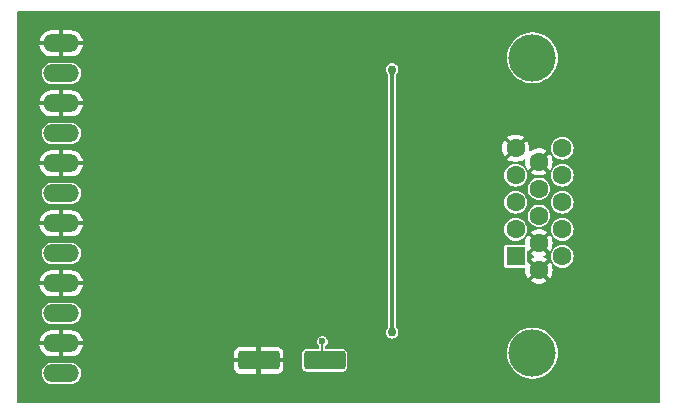
<source format=gbr>
%TF.GenerationSoftware,KiCad,Pcbnew,8.0.0*%
%TF.CreationDate,2025-10-24T15:06:22+03:00*%
%TF.ProjectId,Loewe VGA,4c6f6577-6520-4564-9741-2e6b69636164,rev?*%
%TF.SameCoordinates,Original*%
%TF.FileFunction,Copper,L2,Bot*%
%TF.FilePolarity,Positive*%
%FSLAX46Y46*%
G04 Gerber Fmt 4.6, Leading zero omitted, Abs format (unit mm)*
G04 Created by KiCad (PCBNEW 8.0.0) date 2025-10-24 15:06:22*
%MOMM*%
%LPD*%
G01*
G04 APERTURE LIST*
G04 Aperture macros list*
%AMRoundRect*
0 Rectangle with rounded corners*
0 $1 Rounding radius*
0 $2 $3 $4 $5 $6 $7 $8 $9 X,Y pos of 4 corners*
0 Add a 4 corners polygon primitive as box body*
4,1,4,$2,$3,$4,$5,$6,$7,$8,$9,$2,$3,0*
0 Add four circle primitives for the rounded corners*
1,1,$1+$1,$2,$3*
1,1,$1+$1,$4,$5*
1,1,$1+$1,$6,$7*
1,1,$1+$1,$8,$9*
0 Add four rect primitives between the rounded corners*
20,1,$1+$1,$2,$3,$4,$5,0*
20,1,$1+$1,$4,$5,$6,$7,0*
20,1,$1+$1,$6,$7,$8,$9,0*
20,1,$1+$1,$8,$9,$2,$3,0*%
G04 Aperture macros list end*
%TA.AperFunction,ComponentPad*%
%ADD10C,4.000000*%
%TD*%
%TA.AperFunction,ComponentPad*%
%ADD11R,1.600000X1.600000*%
%TD*%
%TA.AperFunction,ComponentPad*%
%ADD12C,1.600000*%
%TD*%
%TA.AperFunction,ComponentPad*%
%ADD13O,3.016000X1.508000*%
%TD*%
%TA.AperFunction,SMDPad,CuDef*%
%ADD14RoundRect,0.250000X1.500000X0.550000X-1.500000X0.550000X-1.500000X-0.550000X1.500000X-0.550000X0*%
%TD*%
%TA.AperFunction,ViaPad*%
%ADD15C,0.756400*%
%TD*%
%TA.AperFunction,ViaPad*%
%ADD16C,0.600000*%
%TD*%
%TA.AperFunction,Conductor*%
%ADD17C,0.300000*%
%TD*%
%TA.AperFunction,Conductor*%
%ADD18C,0.200000*%
%TD*%
G04 APERTURE END LIST*
D10*
%TO.P,W801,0*%
%TO.N,unconnected-(W801-Pad0)_0*%
X164879669Y-117385000D03*
%TO.N,unconnected-(W801-Pad0)*%
X164879669Y-92385000D03*
D11*
%TO.P,W801,1*%
%TO.N,/RED*%
X163459669Y-109200000D03*
D12*
%TO.P,W801,2*%
%TO.N,/GREEN*%
X163459669Y-106910000D03*
%TO.P,W801,3*%
%TO.N,/BLUE*%
X163459669Y-104620000D03*
%TO.P,W801,4*%
%TO.N,unconnected-(W801-Pad4)*%
X163459669Y-102330000D03*
%TO.P,W801,5*%
%TO.N,GND*%
X163459669Y-100040000D03*
%TO.P,W801,6*%
X165439669Y-110345000D03*
%TO.P,W801,7*%
X165439669Y-108055000D03*
%TO.P,W801,8*%
%TO.N,unconnected-(W801-Pad8)*%
X165439669Y-105765000D03*
%TO.P,W801,9*%
%TO.N,unconnected-(W801-Pad9)*%
X165439669Y-103475000D03*
%TO.P,W801,10*%
%TO.N,GND*%
X165439669Y-101185000D03*
%TO.P,W801,11*%
%TO.N,unconnected-(W801-Pad11)*%
X167419669Y-109200000D03*
%TO.P,W801,12*%
%TO.N,unconnected-(W801-Pad12)*%
X167419669Y-106910000D03*
%TO.P,W801,13*%
%TO.N,/HSYNC*%
X167419669Y-104620000D03*
%TO.P,W801,14*%
%TO.N,/VSYNC*%
X167419669Y-102330000D03*
%TO.P,W801,15*%
%TO.N,unconnected-(W801-Pad15)*%
X167419669Y-100040000D03*
%TD*%
D13*
%TO.P,W831,1,Pin_1*%
%TO.N,GND*%
X125001100Y-91158600D03*
%TO.P,W831,2,Pin_2*%
%TO.N,VCC*%
X125001100Y-93698600D03*
%TO.P,W831,3,Pin_3*%
%TO.N,GND*%
X125001100Y-96238600D03*
%TO.P,W831,4,Pin_4*%
%TO.N,Net-(W831-Pin_4)*%
X125001100Y-98778600D03*
%TO.P,W831,5,Pin_5*%
%TO.N,GND*%
X125001100Y-101318600D03*
%TO.P,W831,6,Pin_6*%
%TO.N,Net-(W831-Pin_6)*%
X125001100Y-103858600D03*
%TO.P,W831,7,Pin_7*%
%TO.N,GND*%
X125001100Y-106398600D03*
%TO.P,W831,8,Pin_8*%
%TO.N,/BLUE*%
X125001100Y-108938600D03*
%TO.P,W831,9,Pin_9*%
%TO.N,GND*%
X125001100Y-111478600D03*
%TO.P,W831,10,Pin_10*%
%TO.N,/GREEN*%
X125001100Y-114018600D03*
%TO.P,W831,11,Pin_11*%
%TO.N,GND*%
X125001100Y-116558600D03*
%TO.P,W831,12,Pin_12*%
%TO.N,/RED*%
X125001100Y-119098600D03*
%TD*%
D14*
%TO.P,C816,1*%
%TO.N,Net-(C816-Pad1)*%
X147300000Y-118000000D03*
%TO.P,C816,2*%
%TO.N,GND*%
X141700000Y-118000000D03*
%TD*%
D15*
%TO.N,VCC*%
X153001100Y-93378600D03*
X153001100Y-115628600D03*
D16*
%TO.N,Net-(C816-Pad1)*%
X147100000Y-116400000D03*
%TD*%
D17*
%TO.N,VCC*%
X153001100Y-93378600D02*
X153001100Y-115628600D01*
D18*
%TO.N,Net-(C816-Pad1)*%
X147100000Y-117800000D02*
X147300000Y-118000000D01*
X147100000Y-116400000D02*
X147100000Y-117800000D01*
%TD*%
%TA.AperFunction,Conductor*%
%TO.N,GND*%
G36*
X165039570Y-108362007D02*
G01*
X165132662Y-108455099D01*
X165232695Y-108512853D01*
X164755763Y-108989784D01*
X164755764Y-108989785D01*
X164922721Y-109093161D01*
X165017497Y-109129878D01*
X165056215Y-109163745D01*
X165064106Y-109214576D01*
X165037477Y-109258587D01*
X165017497Y-109270122D01*
X164922722Y-109306838D01*
X164922715Y-109306841D01*
X164755764Y-109410212D01*
X164755763Y-109410214D01*
X165232695Y-109887146D01*
X165132662Y-109944901D01*
X165039570Y-110037993D01*
X164981815Y-110138026D01*
X164507253Y-109663464D01*
X164492974Y-109664456D01*
X164443535Y-109650251D01*
X164414792Y-109607590D01*
X164412568Y-109589442D01*
X164412568Y-108810561D01*
X164430161Y-108762224D01*
X164474710Y-108736504D01*
X164492976Y-108735543D01*
X164507253Y-108736534D01*
X164981815Y-108261972D01*
X165039570Y-108362007D01*
G37*
%TD.AperFunction*%
%TA.AperFunction,Conductor*%
G36*
X175698738Y-88421693D02*
G01*
X175724458Y-88466242D01*
X175725600Y-88479300D01*
X175725600Y-121527900D01*
X175708007Y-121576238D01*
X175663458Y-121601958D01*
X175650400Y-121603100D01*
X121351800Y-121603100D01*
X121303462Y-121585507D01*
X121277742Y-121540958D01*
X121276600Y-121527900D01*
X121276600Y-119187922D01*
X123340200Y-119187922D01*
X123375052Y-119363133D01*
X123443416Y-119528178D01*
X123542665Y-119676715D01*
X123542667Y-119676717D01*
X123542669Y-119676720D01*
X123668979Y-119803030D01*
X123668982Y-119803032D01*
X123668985Y-119803035D01*
X123817522Y-119902284D01*
X123982567Y-119970648D01*
X124087693Y-119991559D01*
X124157776Y-120005500D01*
X124157778Y-120005500D01*
X125844424Y-120005500D01*
X125902825Y-119993882D01*
X126019633Y-119970648D01*
X126184678Y-119902284D01*
X126333215Y-119803035D01*
X126459535Y-119676715D01*
X126558784Y-119528178D01*
X126627148Y-119363133D01*
X126662000Y-119187922D01*
X126662000Y-119009278D01*
X126652614Y-118962094D01*
X126636288Y-118880016D01*
X126627148Y-118834067D01*
X126558784Y-118669022D01*
X126459535Y-118520485D01*
X126459532Y-118520482D01*
X126459530Y-118520479D01*
X126333220Y-118394169D01*
X126333217Y-118394167D01*
X126333215Y-118394165D01*
X126184678Y-118294916D01*
X126019633Y-118226552D01*
X126019630Y-118226551D01*
X126019629Y-118226551D01*
X125844424Y-118191700D01*
X125844422Y-118191700D01*
X124157778Y-118191700D01*
X124157776Y-118191700D01*
X123982570Y-118226551D01*
X123982567Y-118226552D01*
X123817523Y-118294915D01*
X123668982Y-118394167D01*
X123668979Y-118394169D01*
X123542669Y-118520479D01*
X123542667Y-118520482D01*
X123443415Y-118669023D01*
X123375052Y-118834067D01*
X123375051Y-118834070D01*
X123345755Y-118981349D01*
X123340200Y-119009278D01*
X123340200Y-119187922D01*
X121276600Y-119187922D01*
X121276600Y-118177400D01*
X139595200Y-118177400D01*
X139595200Y-118589639D01*
X139610767Y-118707886D01*
X139671707Y-118855008D01*
X139671709Y-118855011D01*
X139768650Y-118981349D01*
X139894988Y-119078290D01*
X139894991Y-119078292D01*
X140042113Y-119139232D01*
X140160361Y-119154800D01*
X141522600Y-119154800D01*
X141522600Y-118177400D01*
X141877400Y-118177400D01*
X141877400Y-119154800D01*
X143239639Y-119154800D01*
X143357886Y-119139232D01*
X143505008Y-119078292D01*
X143505011Y-119078290D01*
X143631349Y-118981349D01*
X143728290Y-118855011D01*
X143728292Y-118855008D01*
X143789232Y-118707886D01*
X143804800Y-118589639D01*
X143804800Y-118581710D01*
X145397100Y-118581710D01*
X145412043Y-118676056D01*
X145469984Y-118789771D01*
X145560229Y-118880016D01*
X145673943Y-118937956D01*
X145673945Y-118937957D01*
X145768292Y-118952900D01*
X145768296Y-118952900D01*
X148831704Y-118952900D01*
X148831708Y-118952900D01*
X148926055Y-118937957D01*
X149039771Y-118880016D01*
X149130016Y-118789771D01*
X149187957Y-118676055D01*
X149202900Y-118581708D01*
X149202900Y-117418292D01*
X149197627Y-117385000D01*
X162721738Y-117385000D01*
X162741837Y-117678838D01*
X162741837Y-117678842D01*
X162741838Y-117678844D01*
X162741838Y-117678846D01*
X162801758Y-117967196D01*
X162801762Y-117967208D01*
X162900388Y-118244719D01*
X162900389Y-118244720D01*
X163035894Y-118506232D01*
X163205730Y-118746834D01*
X163205733Y-118746837D01*
X163205738Y-118746844D01*
X163384223Y-118937956D01*
X163398178Y-118952899D01*
X163406766Y-118962094D01*
X163549591Y-119078290D01*
X163635238Y-119147969D01*
X163886877Y-119300993D01*
X163886884Y-119300997D01*
X164157012Y-119418330D01*
X164157015Y-119418331D01*
X164157022Y-119418334D01*
X164440625Y-119497796D01*
X164732407Y-119537900D01*
X164732412Y-119537900D01*
X165026926Y-119537900D01*
X165026931Y-119537900D01*
X165318713Y-119497796D01*
X165602316Y-119418334D01*
X165872458Y-119300995D01*
X166058399Y-119187922D01*
X166124099Y-119147969D01*
X166124100Y-119147967D01*
X166124105Y-119147965D01*
X166352572Y-118962094D01*
X166553600Y-118746844D01*
X166664568Y-118589639D01*
X166723443Y-118506232D01*
X166723443Y-118506230D01*
X166723447Y-118506226D01*
X166858948Y-118244722D01*
X166957578Y-117967203D01*
X167017501Y-117678838D01*
X167037600Y-117385000D01*
X167017501Y-117091162D01*
X166957578Y-116802797D01*
X166860239Y-116528911D01*
X166858949Y-116525280D01*
X166858948Y-116525279D01*
X166858948Y-116525278D01*
X166723447Y-116263774D01*
X166723445Y-116263772D01*
X166723443Y-116263767D01*
X166553607Y-116023165D01*
X166553604Y-116023162D01*
X166553600Y-116023156D01*
X166352572Y-115807906D01*
X166179251Y-115666900D01*
X166124099Y-115622030D01*
X165872460Y-115469006D01*
X165872453Y-115469002D01*
X165602325Y-115351669D01*
X165602316Y-115351666D01*
X165318712Y-115272203D01*
X165155812Y-115249814D01*
X165026931Y-115232100D01*
X164732407Y-115232100D01*
X164613563Y-115248434D01*
X164440625Y-115272203D01*
X164157021Y-115351666D01*
X164157012Y-115351669D01*
X163886884Y-115469002D01*
X163886877Y-115469006D01*
X163635238Y-115622030D01*
X163406763Y-115807908D01*
X163324078Y-115896444D01*
X163205738Y-116023156D01*
X163205735Y-116023159D01*
X163205735Y-116023160D01*
X163205730Y-116023165D01*
X163035894Y-116263767D01*
X162900389Y-116525279D01*
X162900388Y-116525280D01*
X162801762Y-116802791D01*
X162801758Y-116802803D01*
X162741838Y-117091153D01*
X162741838Y-117091155D01*
X162741837Y-117091162D01*
X162721738Y-117385000D01*
X149197627Y-117385000D01*
X149187957Y-117323945D01*
X149130016Y-117210229D01*
X149039771Y-117119984D01*
X148926055Y-117062043D01*
X148926057Y-117062043D01*
X148831710Y-117047100D01*
X148831708Y-117047100D01*
X147428100Y-117047100D01*
X147379762Y-117029507D01*
X147354042Y-116984958D01*
X147352900Y-116971900D01*
X147352900Y-116816897D01*
X147370493Y-116768559D01*
X147387445Y-116753634D01*
X147399633Y-116745801D01*
X147399633Y-116745800D01*
X147399636Y-116745799D01*
X147484921Y-116647374D01*
X147539023Y-116528909D01*
X147557557Y-116400000D01*
X147539023Y-116271091D01*
X147535681Y-116263774D01*
X147484921Y-116152626D01*
X147484919Y-116152623D01*
X147432833Y-116092513D01*
X147399636Y-116054201D01*
X147399635Y-116054200D01*
X147399633Y-116054198D01*
X147290073Y-115983790D01*
X147165117Y-115947100D01*
X147034883Y-115947100D01*
X146909926Y-115983790D01*
X146800366Y-116054198D01*
X146715080Y-116152623D01*
X146715078Y-116152626D01*
X146660977Y-116271088D01*
X146642443Y-116400000D01*
X146660977Y-116528911D01*
X146715078Y-116647373D01*
X146715080Y-116647376D01*
X146800366Y-116745801D01*
X146812555Y-116753634D01*
X146843708Y-116794567D01*
X146847100Y-116816897D01*
X146847100Y-116971900D01*
X146829507Y-117020238D01*
X146784958Y-117045958D01*
X146771900Y-117047100D01*
X145768289Y-117047100D01*
X145673943Y-117062043D01*
X145560228Y-117119984D01*
X145469984Y-117210228D01*
X145412043Y-117323943D01*
X145397100Y-117418289D01*
X145397100Y-118581710D01*
X143804800Y-118581710D01*
X143804800Y-118177400D01*
X141877400Y-118177400D01*
X141522600Y-118177400D01*
X139595200Y-118177400D01*
X121276600Y-118177400D01*
X121276600Y-117822600D01*
X139595200Y-117822600D01*
X141522600Y-117822600D01*
X141522600Y-116845200D01*
X141877400Y-116845200D01*
X141877400Y-117822600D01*
X143804800Y-117822600D01*
X143804800Y-117410360D01*
X143789232Y-117292113D01*
X143728292Y-117144991D01*
X143728290Y-117144988D01*
X143631349Y-117018650D01*
X143505011Y-116921709D01*
X143505008Y-116921707D01*
X143357886Y-116860767D01*
X143239639Y-116845200D01*
X141877400Y-116845200D01*
X141522600Y-116845200D01*
X140160361Y-116845200D01*
X140042113Y-116860767D01*
X139894991Y-116921707D01*
X139894988Y-116921709D01*
X139768650Y-117018650D01*
X139671709Y-117144988D01*
X139671707Y-117144991D01*
X139610767Y-117292113D01*
X139595200Y-117410360D01*
X139595200Y-117822600D01*
X121276600Y-117822600D01*
X121276600Y-116381199D01*
X123152575Y-116381199D01*
X123152576Y-116381200D01*
X124530997Y-116381200D01*
X124501100Y-116492774D01*
X124501100Y-116624426D01*
X124530997Y-116736000D01*
X123152576Y-116736000D01*
X123165600Y-116818240D01*
X123165604Y-116818257D01*
X123219533Y-116984231D01*
X123298771Y-117139742D01*
X123401347Y-117280927D01*
X123401358Y-117280940D01*
X123524759Y-117404341D01*
X123524772Y-117404352D01*
X123665957Y-117506928D01*
X123821468Y-117586166D01*
X123987442Y-117640095D01*
X123987459Y-117640099D01*
X124159831Y-117667399D01*
X124159842Y-117667400D01*
X124823700Y-117667400D01*
X124823700Y-117028703D01*
X124935274Y-117058600D01*
X125066926Y-117058600D01*
X125178500Y-117028703D01*
X125178500Y-117667400D01*
X125842358Y-117667400D01*
X125842368Y-117667399D01*
X126014740Y-117640099D01*
X126014757Y-117640095D01*
X126180731Y-117586166D01*
X126336242Y-117506928D01*
X126477427Y-117404352D01*
X126477440Y-117404341D01*
X126600841Y-117280940D01*
X126600852Y-117280927D01*
X126703428Y-117139742D01*
X126782666Y-116984231D01*
X126836595Y-116818257D01*
X126836599Y-116818240D01*
X126849624Y-116736000D01*
X125471203Y-116736000D01*
X125501100Y-116624426D01*
X125501100Y-116492774D01*
X125471203Y-116381200D01*
X126849624Y-116381200D01*
X126849624Y-116381199D01*
X126836599Y-116298959D01*
X126836595Y-116298942D01*
X126782666Y-116132968D01*
X126703428Y-115977457D01*
X126600852Y-115836272D01*
X126600841Y-115836259D01*
X126477440Y-115712858D01*
X126477427Y-115712847D01*
X126361470Y-115628600D01*
X152465417Y-115628600D01*
X152483670Y-115767246D01*
X152537186Y-115896444D01*
X152622314Y-116007385D01*
X152683326Y-116054201D01*
X152733258Y-116092515D01*
X152862455Y-116146030D01*
X153001100Y-116164283D01*
X153139745Y-116146030D01*
X153268942Y-116092515D01*
X153379885Y-116007385D01*
X153465015Y-115896442D01*
X153518530Y-115767245D01*
X153536783Y-115628600D01*
X153518530Y-115489955D01*
X153465015Y-115360759D01*
X153379885Y-115249815D01*
X153356799Y-115232100D01*
X153333421Y-115214161D01*
X153305782Y-115170777D01*
X153304000Y-115154501D01*
X153304000Y-110015055D01*
X162506769Y-110015055D01*
X162506770Y-110015057D01*
X162515641Y-110059659D01*
X162549433Y-110110232D01*
X162549434Y-110110232D01*
X162549435Y-110110234D01*
X162600011Y-110144028D01*
X162644612Y-110152900D01*
X164215232Y-110152899D01*
X164263570Y-110170492D01*
X164289290Y-110215041D01*
X164290111Y-110235037D01*
X164279922Y-110344996D01*
X164279922Y-110345002D01*
X164299669Y-110558102D01*
X164299670Y-110558111D01*
X164358234Y-110763940D01*
X164358240Y-110763956D01*
X164453629Y-110955524D01*
X164507253Y-111026534D01*
X164981815Y-110551972D01*
X165039570Y-110652007D01*
X165132662Y-110745099D01*
X165232695Y-110802853D01*
X164755763Y-111279784D01*
X164755764Y-111279785D01*
X164922721Y-111383161D01*
X165122288Y-111460473D01*
X165332664Y-111499799D01*
X165332665Y-111499800D01*
X165546673Y-111499800D01*
X165546673Y-111499799D01*
X165757049Y-111460473D01*
X165956615Y-111383161D01*
X165956616Y-111383161D01*
X166123572Y-111279785D01*
X166123573Y-111279784D01*
X165646642Y-110802853D01*
X165746676Y-110745099D01*
X165839768Y-110652007D01*
X165897522Y-110551973D01*
X166372083Y-111026534D01*
X166425710Y-110955521D01*
X166521097Y-110763956D01*
X166521103Y-110763940D01*
X166579667Y-110558111D01*
X166579668Y-110558102D01*
X166599416Y-110345002D01*
X166599416Y-110344997D01*
X166579668Y-110131897D01*
X166579667Y-110131888D01*
X166521103Y-109926059D01*
X166521097Y-109926043D01*
X166425708Y-109734475D01*
X166372083Y-109663464D01*
X165897521Y-110138025D01*
X165839768Y-110037993D01*
X165746676Y-109944901D01*
X165646642Y-109887146D01*
X166123573Y-109410214D01*
X165956616Y-109306838D01*
X165861840Y-109270122D01*
X165823122Y-109236255D01*
X165817494Y-109200000D01*
X166462158Y-109200000D01*
X166480555Y-109386799D01*
X166535045Y-109566427D01*
X166623522Y-109731955D01*
X166623528Y-109731965D01*
X166742606Y-109877063D01*
X166887704Y-109996141D01*
X166887710Y-109996144D01*
X166887713Y-109996146D01*
X167053241Y-110084623D01*
X167053242Y-110084623D01*
X167053245Y-110084625D01*
X167232868Y-110139113D01*
X167419669Y-110157511D01*
X167606470Y-110139113D01*
X167786093Y-110084625D01*
X167951634Y-109996141D01*
X168096732Y-109877063D01*
X168215810Y-109731965D01*
X168304294Y-109566424D01*
X168358782Y-109386801D01*
X168377180Y-109200000D01*
X168358782Y-109013199D01*
X168304294Y-108833576D01*
X168291993Y-108810562D01*
X168215815Y-108668044D01*
X168215809Y-108668034D01*
X168213747Y-108665521D01*
X168096732Y-108522937D01*
X167951634Y-108403859D01*
X167951624Y-108403853D01*
X167786096Y-108315376D01*
X167786097Y-108315376D01*
X167606467Y-108260886D01*
X167606468Y-108260886D01*
X167419669Y-108242489D01*
X167232869Y-108260886D01*
X167053241Y-108315376D01*
X166887713Y-108403853D01*
X166887703Y-108403859D01*
X166742606Y-108522937D01*
X166623528Y-108668034D01*
X166623522Y-108668044D01*
X166535045Y-108833572D01*
X166480555Y-109013200D01*
X166462158Y-109200000D01*
X165817494Y-109200000D01*
X165815231Y-109185424D01*
X165841860Y-109141413D01*
X165861840Y-109129878D01*
X165956615Y-109093161D01*
X165956616Y-109093161D01*
X166123572Y-108989785D01*
X166123573Y-108989784D01*
X165646642Y-108512853D01*
X165746676Y-108455099D01*
X165839768Y-108362007D01*
X165897522Y-108261973D01*
X166372083Y-108736534D01*
X166425710Y-108665521D01*
X166521097Y-108473956D01*
X166521103Y-108473940D01*
X166579667Y-108268111D01*
X166579668Y-108268102D01*
X166599416Y-108055002D01*
X166599416Y-108054997D01*
X166579668Y-107841897D01*
X166579667Y-107841888D01*
X166521103Y-107636059D01*
X166521097Y-107636043D01*
X166425708Y-107444475D01*
X166372083Y-107373464D01*
X165897521Y-107848025D01*
X165839768Y-107747993D01*
X165746676Y-107654901D01*
X165646642Y-107597146D01*
X166123573Y-107120214D01*
X165956616Y-107016838D01*
X165757049Y-106939526D01*
X165599098Y-106910000D01*
X166462158Y-106910000D01*
X166480555Y-107096799D01*
X166535045Y-107276427D01*
X166623522Y-107441955D01*
X166623528Y-107441965D01*
X166742606Y-107587063D01*
X166887704Y-107706141D01*
X166887710Y-107706144D01*
X166887713Y-107706146D01*
X167053241Y-107794623D01*
X167053242Y-107794623D01*
X167053245Y-107794625D01*
X167232868Y-107849113D01*
X167419669Y-107867511D01*
X167606470Y-107849113D01*
X167786093Y-107794625D01*
X167951634Y-107706141D01*
X168096732Y-107587063D01*
X168215810Y-107441965D01*
X168304294Y-107276424D01*
X168358782Y-107096801D01*
X168377180Y-106910000D01*
X168358782Y-106723199D01*
X168304294Y-106543576D01*
X168250034Y-106442063D01*
X168215815Y-106378044D01*
X168215809Y-106378034D01*
X168096732Y-106232937D01*
X167951634Y-106113859D01*
X167951624Y-106113853D01*
X167786096Y-106025376D01*
X167786097Y-106025376D01*
X167606467Y-105970886D01*
X167606468Y-105970886D01*
X167419669Y-105952489D01*
X167232869Y-105970886D01*
X167053241Y-106025376D01*
X166887713Y-106113853D01*
X166887703Y-106113859D01*
X166742606Y-106232937D01*
X166623528Y-106378034D01*
X166623522Y-106378044D01*
X166535045Y-106543572D01*
X166480555Y-106723200D01*
X166462158Y-106910000D01*
X165599098Y-106910000D01*
X165546673Y-106900200D01*
X165332665Y-106900200D01*
X165122288Y-106939526D01*
X164922722Y-107016838D01*
X164922715Y-107016841D01*
X164755764Y-107120212D01*
X164755763Y-107120214D01*
X165232695Y-107597146D01*
X165132662Y-107654901D01*
X165039570Y-107747993D01*
X164981815Y-107848026D01*
X164507253Y-107373464D01*
X164453627Y-107444479D01*
X164358240Y-107636043D01*
X164358234Y-107636059D01*
X164299670Y-107841888D01*
X164299669Y-107841897D01*
X164279922Y-108054997D01*
X164279922Y-108055003D01*
X164290111Y-108164962D01*
X164277053Y-108214716D01*
X164235068Y-108244437D01*
X164215232Y-108247100D01*
X162644613Y-108247100D01*
X162644611Y-108247101D01*
X162600009Y-108255972D01*
X162549436Y-108289764D01*
X162515641Y-108340342D01*
X162515640Y-108340343D01*
X162506769Y-108384942D01*
X162506769Y-110015055D01*
X153304000Y-110015055D01*
X153304000Y-106910000D01*
X162502158Y-106910000D01*
X162520555Y-107096799D01*
X162575045Y-107276427D01*
X162663522Y-107441955D01*
X162663528Y-107441965D01*
X162782606Y-107587063D01*
X162927704Y-107706141D01*
X162927710Y-107706144D01*
X162927713Y-107706146D01*
X163093241Y-107794623D01*
X163093242Y-107794623D01*
X163093245Y-107794625D01*
X163272868Y-107849113D01*
X163459669Y-107867511D01*
X163646470Y-107849113D01*
X163826093Y-107794625D01*
X163991634Y-107706141D01*
X164136732Y-107587063D01*
X164255810Y-107441965D01*
X164344294Y-107276424D01*
X164398782Y-107096801D01*
X164417180Y-106910000D01*
X164398782Y-106723199D01*
X164344294Y-106543576D01*
X164290034Y-106442063D01*
X164255815Y-106378044D01*
X164255809Y-106378034D01*
X164136732Y-106232937D01*
X163991634Y-106113859D01*
X163991624Y-106113853D01*
X163826096Y-106025376D01*
X163826097Y-106025376D01*
X163646467Y-105970886D01*
X163646468Y-105970886D01*
X163459669Y-105952489D01*
X163272869Y-105970886D01*
X163093241Y-106025376D01*
X162927713Y-106113853D01*
X162927703Y-106113859D01*
X162782606Y-106232937D01*
X162663528Y-106378034D01*
X162663522Y-106378044D01*
X162575045Y-106543572D01*
X162520555Y-106723200D01*
X162502158Y-106910000D01*
X153304000Y-106910000D01*
X153304000Y-105765000D01*
X164482158Y-105765000D01*
X164500555Y-105951799D01*
X164555045Y-106131427D01*
X164643522Y-106296955D01*
X164643528Y-106296965D01*
X164762606Y-106442063D01*
X164907704Y-106561141D01*
X164907710Y-106561144D01*
X164907713Y-106561146D01*
X165073241Y-106649623D01*
X165073242Y-106649623D01*
X165073245Y-106649625D01*
X165252868Y-106704113D01*
X165439669Y-106722511D01*
X165626470Y-106704113D01*
X165806093Y-106649625D01*
X165971634Y-106561141D01*
X166116732Y-106442063D01*
X166235810Y-106296965D01*
X166324294Y-106131424D01*
X166378782Y-105951801D01*
X166397180Y-105765000D01*
X166378782Y-105578199D01*
X166324294Y-105398576D01*
X166270034Y-105297063D01*
X166235815Y-105233044D01*
X166235809Y-105233034D01*
X166116732Y-105087937D01*
X165971634Y-104968859D01*
X165971624Y-104968853D01*
X165806096Y-104880376D01*
X165806097Y-104880376D01*
X165626467Y-104825886D01*
X165626468Y-104825886D01*
X165439669Y-104807489D01*
X165252869Y-104825886D01*
X165073241Y-104880376D01*
X164907713Y-104968853D01*
X164907703Y-104968859D01*
X164762606Y-105087937D01*
X164643528Y-105233034D01*
X164643522Y-105233044D01*
X164555045Y-105398572D01*
X164500555Y-105578200D01*
X164482158Y-105765000D01*
X153304000Y-105765000D01*
X153304000Y-104620000D01*
X162502158Y-104620000D01*
X162520555Y-104806799D01*
X162575045Y-104986427D01*
X162663522Y-105151955D01*
X162663528Y-105151965D01*
X162782606Y-105297063D01*
X162927704Y-105416141D01*
X162927710Y-105416144D01*
X162927713Y-105416146D01*
X163093241Y-105504623D01*
X163093242Y-105504623D01*
X163093245Y-105504625D01*
X163272868Y-105559113D01*
X163459669Y-105577511D01*
X163646470Y-105559113D01*
X163826093Y-105504625D01*
X163991634Y-105416141D01*
X164136732Y-105297063D01*
X164255810Y-105151965D01*
X164344294Y-104986424D01*
X164398782Y-104806801D01*
X164417180Y-104620000D01*
X166462158Y-104620000D01*
X166480555Y-104806799D01*
X166535045Y-104986427D01*
X166623522Y-105151955D01*
X166623528Y-105151965D01*
X166742606Y-105297063D01*
X166887704Y-105416141D01*
X166887710Y-105416144D01*
X166887713Y-105416146D01*
X167053241Y-105504623D01*
X167053242Y-105504623D01*
X167053245Y-105504625D01*
X167232868Y-105559113D01*
X167419669Y-105577511D01*
X167606470Y-105559113D01*
X167786093Y-105504625D01*
X167951634Y-105416141D01*
X168096732Y-105297063D01*
X168215810Y-105151965D01*
X168304294Y-104986424D01*
X168358782Y-104806801D01*
X168377180Y-104620000D01*
X168358782Y-104433199D01*
X168304294Y-104253576D01*
X168250034Y-104152063D01*
X168215815Y-104088044D01*
X168215809Y-104088034D01*
X168096732Y-103942937D01*
X167951634Y-103823859D01*
X167951624Y-103823853D01*
X167786096Y-103735376D01*
X167786097Y-103735376D01*
X167606467Y-103680886D01*
X167606468Y-103680886D01*
X167419669Y-103662489D01*
X167232869Y-103680886D01*
X167053241Y-103735376D01*
X166887713Y-103823853D01*
X166887703Y-103823859D01*
X166742606Y-103942937D01*
X166623528Y-104088034D01*
X166623522Y-104088044D01*
X166535045Y-104253572D01*
X166480555Y-104433200D01*
X166462158Y-104620000D01*
X164417180Y-104620000D01*
X164398782Y-104433199D01*
X164344294Y-104253576D01*
X164290034Y-104152063D01*
X164255815Y-104088044D01*
X164255809Y-104088034D01*
X164136732Y-103942937D01*
X163991634Y-103823859D01*
X163991624Y-103823853D01*
X163826096Y-103735376D01*
X163826097Y-103735376D01*
X163646467Y-103680886D01*
X163646468Y-103680886D01*
X163459669Y-103662489D01*
X163272869Y-103680886D01*
X163093241Y-103735376D01*
X162927713Y-103823853D01*
X162927703Y-103823859D01*
X162782606Y-103942937D01*
X162663528Y-104088034D01*
X162663522Y-104088044D01*
X162575045Y-104253572D01*
X162520555Y-104433200D01*
X162502158Y-104620000D01*
X153304000Y-104620000D01*
X153304000Y-103475000D01*
X164482158Y-103475000D01*
X164500555Y-103661799D01*
X164555045Y-103841427D01*
X164643522Y-104006955D01*
X164643528Y-104006965D01*
X164762606Y-104152063D01*
X164907704Y-104271141D01*
X164907710Y-104271144D01*
X164907713Y-104271146D01*
X165073241Y-104359623D01*
X165073242Y-104359623D01*
X165073245Y-104359625D01*
X165252868Y-104414113D01*
X165439669Y-104432511D01*
X165626470Y-104414113D01*
X165806093Y-104359625D01*
X165971634Y-104271141D01*
X166116732Y-104152063D01*
X166235810Y-104006965D01*
X166324294Y-103841424D01*
X166378782Y-103661801D01*
X166397180Y-103475000D01*
X166378782Y-103288199D01*
X166324294Y-103108576D01*
X166295612Y-103054916D01*
X166235815Y-102943044D01*
X166235809Y-102943034D01*
X166116732Y-102797937D01*
X165971634Y-102678859D01*
X165971624Y-102678853D01*
X165806096Y-102590376D01*
X165806097Y-102590376D01*
X165626467Y-102535886D01*
X165626468Y-102535886D01*
X165439669Y-102517489D01*
X165252869Y-102535886D01*
X165073241Y-102590376D01*
X164907713Y-102678853D01*
X164907703Y-102678859D01*
X164762606Y-102797937D01*
X164643528Y-102943034D01*
X164643522Y-102943044D01*
X164555045Y-103108572D01*
X164500555Y-103288200D01*
X164482158Y-103475000D01*
X153304000Y-103475000D01*
X153304000Y-102330000D01*
X162502158Y-102330000D01*
X162520555Y-102516799D01*
X162575045Y-102696427D01*
X162663522Y-102861955D01*
X162663528Y-102861965D01*
X162782606Y-103007063D01*
X162927704Y-103126141D01*
X162927710Y-103126144D01*
X162927713Y-103126146D01*
X163093241Y-103214623D01*
X163093242Y-103214623D01*
X163093245Y-103214625D01*
X163272868Y-103269113D01*
X163459669Y-103287511D01*
X163646470Y-103269113D01*
X163826093Y-103214625D01*
X163991634Y-103126141D01*
X164136732Y-103007063D01*
X164255810Y-102861965D01*
X164344294Y-102696424D01*
X164398782Y-102516801D01*
X164417180Y-102330000D01*
X164398782Y-102143199D01*
X164344294Y-101963576D01*
X164255810Y-101798035D01*
X164136732Y-101652937D01*
X163991634Y-101533859D01*
X163991624Y-101533853D01*
X163826096Y-101445376D01*
X163826097Y-101445376D01*
X163646467Y-101390886D01*
X163646468Y-101390886D01*
X163459669Y-101372489D01*
X163272869Y-101390886D01*
X163093241Y-101445376D01*
X162927713Y-101533853D01*
X162927703Y-101533859D01*
X162782606Y-101652937D01*
X162663528Y-101798034D01*
X162663522Y-101798044D01*
X162575045Y-101963572D01*
X162520555Y-102143200D01*
X162502158Y-102330000D01*
X153304000Y-102330000D01*
X153304000Y-100040002D01*
X162299922Y-100040002D01*
X162319669Y-100253102D01*
X162319670Y-100253111D01*
X162378234Y-100458940D01*
X162378240Y-100458956D01*
X162473629Y-100650524D01*
X162527253Y-100721534D01*
X163001815Y-100246972D01*
X163059570Y-100347007D01*
X163152662Y-100440099D01*
X163252696Y-100497853D01*
X162775764Y-100974785D01*
X162942721Y-101078161D01*
X163142288Y-101155473D01*
X163352664Y-101194799D01*
X163352665Y-101194800D01*
X163566673Y-101194800D01*
X163566673Y-101194799D01*
X163777049Y-101155473D01*
X163976615Y-101078161D01*
X163976616Y-101078161D01*
X164158575Y-100965496D01*
X164169880Y-100955190D01*
X164217453Y-100935624D01*
X164266473Y-100951215D01*
X164294003Y-100994668D01*
X164295424Y-101017698D01*
X164279922Y-101184996D01*
X164279922Y-101185002D01*
X164299669Y-101398102D01*
X164299670Y-101398111D01*
X164358234Y-101603940D01*
X164358240Y-101603956D01*
X164453629Y-101795524D01*
X164507253Y-101866534D01*
X164981814Y-101391972D01*
X165039570Y-101492007D01*
X165132662Y-101585099D01*
X165232695Y-101642853D01*
X164755763Y-102119784D01*
X164755764Y-102119785D01*
X164922721Y-102223161D01*
X165122288Y-102300473D01*
X165332664Y-102339799D01*
X165332665Y-102339800D01*
X165546673Y-102339800D01*
X165546673Y-102339799D01*
X165599093Y-102330000D01*
X166462158Y-102330000D01*
X166480555Y-102516799D01*
X166535045Y-102696427D01*
X166623522Y-102861955D01*
X166623528Y-102861965D01*
X166742606Y-103007063D01*
X166887704Y-103126141D01*
X166887710Y-103126144D01*
X166887713Y-103126146D01*
X167053241Y-103214623D01*
X167053242Y-103214623D01*
X167053245Y-103214625D01*
X167232868Y-103269113D01*
X167419669Y-103287511D01*
X167606470Y-103269113D01*
X167786093Y-103214625D01*
X167951634Y-103126141D01*
X168096732Y-103007063D01*
X168215810Y-102861965D01*
X168304294Y-102696424D01*
X168358782Y-102516801D01*
X168377180Y-102330000D01*
X168358782Y-102143199D01*
X168304294Y-101963576D01*
X168215810Y-101798035D01*
X168096732Y-101652937D01*
X167951634Y-101533859D01*
X167951624Y-101533853D01*
X167786096Y-101445376D01*
X167786097Y-101445376D01*
X167606467Y-101390886D01*
X167606468Y-101390886D01*
X167419669Y-101372489D01*
X167232869Y-101390886D01*
X167053241Y-101445376D01*
X166887713Y-101533853D01*
X166887703Y-101533859D01*
X166742606Y-101652937D01*
X166623528Y-101798034D01*
X166623522Y-101798044D01*
X166535045Y-101963572D01*
X166480555Y-102143200D01*
X166462158Y-102330000D01*
X165599093Y-102330000D01*
X165757049Y-102300473D01*
X165956615Y-102223161D01*
X165956616Y-102223161D01*
X166123572Y-102119785D01*
X166123573Y-102119784D01*
X165646642Y-101642853D01*
X165746676Y-101585099D01*
X165839768Y-101492007D01*
X165897522Y-101391973D01*
X166372083Y-101866534D01*
X166425710Y-101795521D01*
X166521097Y-101603956D01*
X166521103Y-101603940D01*
X166579667Y-101398111D01*
X166579668Y-101398102D01*
X166599416Y-101185002D01*
X166599416Y-101184997D01*
X166579668Y-100971897D01*
X166579667Y-100971888D01*
X166521103Y-100766059D01*
X166521097Y-100766043D01*
X166425708Y-100574475D01*
X166372083Y-100503464D01*
X165897521Y-100978025D01*
X165839768Y-100877993D01*
X165746676Y-100784901D01*
X165646641Y-100727145D01*
X166123573Y-100250214D01*
X165956616Y-100146838D01*
X165757049Y-100069526D01*
X165599098Y-100040000D01*
X166462158Y-100040000D01*
X166480555Y-100226799D01*
X166535045Y-100406427D01*
X166623522Y-100571955D01*
X166623528Y-100571965D01*
X166742606Y-100717063D01*
X166887704Y-100836141D01*
X166887710Y-100836144D01*
X166887713Y-100836146D01*
X167053241Y-100924623D01*
X167053242Y-100924623D01*
X167053245Y-100924625D01*
X167232868Y-100979113D01*
X167419669Y-100997511D01*
X167606470Y-100979113D01*
X167786093Y-100924625D01*
X167951634Y-100836141D01*
X168096732Y-100717063D01*
X168215810Y-100571965D01*
X168304294Y-100406424D01*
X168358782Y-100226801D01*
X168377180Y-100040000D01*
X168358782Y-99853199D01*
X168304294Y-99673576D01*
X168276223Y-99621059D01*
X168215815Y-99508044D01*
X168215809Y-99508034D01*
X168195293Y-99483035D01*
X168096732Y-99362937D01*
X167951634Y-99243859D01*
X167951624Y-99243853D01*
X167786096Y-99155376D01*
X167786097Y-99155376D01*
X167606467Y-99100886D01*
X167606468Y-99100886D01*
X167419669Y-99082489D01*
X167232869Y-99100886D01*
X167053241Y-99155376D01*
X166887713Y-99243853D01*
X166887703Y-99243859D01*
X166742606Y-99362937D01*
X166623528Y-99508034D01*
X166623522Y-99508044D01*
X166535045Y-99673572D01*
X166480555Y-99853200D01*
X166462158Y-100040000D01*
X165599098Y-100040000D01*
X165546673Y-100030200D01*
X165332665Y-100030200D01*
X165122288Y-100069526D01*
X164922722Y-100146838D01*
X164922721Y-100146838D01*
X164740762Y-100259503D01*
X164729453Y-100269813D01*
X164681878Y-100289376D01*
X164632859Y-100273781D01*
X164605333Y-100230326D01*
X164603913Y-100207300D01*
X164619416Y-100040002D01*
X164619416Y-100039997D01*
X164599668Y-99826897D01*
X164599667Y-99826888D01*
X164541103Y-99621059D01*
X164541097Y-99621043D01*
X164445708Y-99429475D01*
X164392083Y-99358464D01*
X163917522Y-99833026D01*
X163859768Y-99732993D01*
X163766676Y-99639901D01*
X163666642Y-99582146D01*
X164143573Y-99105214D01*
X163976616Y-99001838D01*
X163777049Y-98924526D01*
X163566673Y-98885200D01*
X163352665Y-98885200D01*
X163142288Y-98924526D01*
X162942722Y-99001838D01*
X162942715Y-99001841D01*
X162775764Y-99105212D01*
X162775763Y-99105214D01*
X163252695Y-99582146D01*
X163152662Y-99639901D01*
X163059570Y-99732993D01*
X163001815Y-99833026D01*
X162527253Y-99358464D01*
X162473627Y-99429479D01*
X162378240Y-99621043D01*
X162378234Y-99621059D01*
X162319670Y-99826888D01*
X162319669Y-99826897D01*
X162299922Y-100039997D01*
X162299922Y-100040002D01*
X153304000Y-100040002D01*
X153304000Y-93852697D01*
X153321593Y-93804359D01*
X153333417Y-93793040D01*
X153379885Y-93757385D01*
X153465015Y-93646442D01*
X153518530Y-93517245D01*
X153536783Y-93378600D01*
X153518530Y-93239955D01*
X153465015Y-93110759D01*
X153379885Y-92999814D01*
X153268944Y-92914686D01*
X153268939Y-92914684D01*
X153221213Y-92894915D01*
X153139746Y-92861170D01*
X153001100Y-92842917D01*
X152862453Y-92861170D01*
X152733259Y-92914684D01*
X152622314Y-92999814D01*
X152537184Y-93110759D01*
X152483670Y-93239953D01*
X152465417Y-93378600D01*
X152483670Y-93517246D01*
X152537186Y-93646444D01*
X152622314Y-93757384D01*
X152622315Y-93757385D01*
X152668779Y-93793037D01*
X152696417Y-93836420D01*
X152698200Y-93852697D01*
X152698200Y-115154501D01*
X152680607Y-115202839D01*
X152668779Y-115214161D01*
X152622315Y-115249814D01*
X152537184Y-115360759D01*
X152483670Y-115489953D01*
X152465417Y-115628600D01*
X126361470Y-115628600D01*
X126336242Y-115610271D01*
X126180731Y-115531033D01*
X126014757Y-115477104D01*
X126014740Y-115477100D01*
X125842368Y-115449800D01*
X125178500Y-115449800D01*
X125178500Y-116088496D01*
X125066926Y-116058600D01*
X124935274Y-116058600D01*
X124823700Y-116088496D01*
X124823700Y-115449800D01*
X124159831Y-115449800D01*
X123987459Y-115477100D01*
X123987442Y-115477104D01*
X123821468Y-115531033D01*
X123665957Y-115610271D01*
X123524772Y-115712847D01*
X123524759Y-115712858D01*
X123401358Y-115836259D01*
X123401347Y-115836272D01*
X123298771Y-115977457D01*
X123219533Y-116132968D01*
X123165604Y-116298942D01*
X123165600Y-116298959D01*
X123152575Y-116381199D01*
X121276600Y-116381199D01*
X121276600Y-114107922D01*
X123340200Y-114107922D01*
X123375052Y-114283133D01*
X123443416Y-114448178D01*
X123542665Y-114596715D01*
X123542667Y-114596717D01*
X123542669Y-114596720D01*
X123668979Y-114723030D01*
X123668982Y-114723032D01*
X123668985Y-114723035D01*
X123817522Y-114822284D01*
X123982567Y-114890648D01*
X124087693Y-114911559D01*
X124157776Y-114925500D01*
X124157778Y-114925500D01*
X125844424Y-114925500D01*
X125902825Y-114913882D01*
X126019633Y-114890648D01*
X126184678Y-114822284D01*
X126333215Y-114723035D01*
X126459535Y-114596715D01*
X126558784Y-114448178D01*
X126627148Y-114283133D01*
X126662000Y-114107922D01*
X126662000Y-113929278D01*
X126627148Y-113754067D01*
X126558784Y-113589022D01*
X126459535Y-113440485D01*
X126459532Y-113440482D01*
X126459530Y-113440479D01*
X126333220Y-113314169D01*
X126333217Y-113314167D01*
X126333215Y-113314165D01*
X126184678Y-113214916D01*
X126019633Y-113146552D01*
X126019630Y-113146551D01*
X126019629Y-113146551D01*
X125844424Y-113111700D01*
X125844422Y-113111700D01*
X124157778Y-113111700D01*
X124157776Y-113111700D01*
X123982570Y-113146551D01*
X123982567Y-113146552D01*
X123817523Y-113214915D01*
X123668982Y-113314167D01*
X123668979Y-113314169D01*
X123542669Y-113440479D01*
X123542667Y-113440482D01*
X123443415Y-113589023D01*
X123375052Y-113754067D01*
X123340200Y-113929278D01*
X123340200Y-114107922D01*
X121276600Y-114107922D01*
X121276600Y-111301199D01*
X123152575Y-111301199D01*
X123152576Y-111301200D01*
X124530997Y-111301200D01*
X124501100Y-111412774D01*
X124501100Y-111544426D01*
X124530997Y-111656000D01*
X123152576Y-111656000D01*
X123165600Y-111738240D01*
X123165604Y-111738257D01*
X123219533Y-111904231D01*
X123298771Y-112059742D01*
X123401347Y-112200927D01*
X123401358Y-112200940D01*
X123524759Y-112324341D01*
X123524772Y-112324352D01*
X123665957Y-112426928D01*
X123821468Y-112506166D01*
X123987442Y-112560095D01*
X123987459Y-112560099D01*
X124159831Y-112587399D01*
X124159842Y-112587400D01*
X124823700Y-112587400D01*
X124823700Y-111948703D01*
X124935274Y-111978600D01*
X125066926Y-111978600D01*
X125178500Y-111948703D01*
X125178500Y-112587400D01*
X125842358Y-112587400D01*
X125842368Y-112587399D01*
X126014740Y-112560099D01*
X126014757Y-112560095D01*
X126180731Y-112506166D01*
X126336242Y-112426928D01*
X126477427Y-112324352D01*
X126477440Y-112324341D01*
X126600841Y-112200940D01*
X126600852Y-112200927D01*
X126703428Y-112059742D01*
X126782666Y-111904231D01*
X126836595Y-111738257D01*
X126836599Y-111738240D01*
X126849624Y-111656000D01*
X125471203Y-111656000D01*
X125501100Y-111544426D01*
X125501100Y-111412774D01*
X125471203Y-111301200D01*
X126849624Y-111301200D01*
X126849624Y-111301199D01*
X126836599Y-111218959D01*
X126836595Y-111218942D01*
X126782666Y-111052968D01*
X126703428Y-110897457D01*
X126600852Y-110756272D01*
X126600841Y-110756259D01*
X126477440Y-110632858D01*
X126477427Y-110632847D01*
X126336242Y-110530271D01*
X126180731Y-110451033D01*
X126014757Y-110397104D01*
X126014740Y-110397100D01*
X125842368Y-110369800D01*
X125178500Y-110369800D01*
X125178500Y-111008496D01*
X125066926Y-110978600D01*
X124935274Y-110978600D01*
X124823700Y-111008496D01*
X124823700Y-110369800D01*
X124159831Y-110369800D01*
X123987459Y-110397100D01*
X123987442Y-110397104D01*
X123821468Y-110451033D01*
X123665957Y-110530271D01*
X123524772Y-110632847D01*
X123524759Y-110632858D01*
X123401358Y-110756259D01*
X123401347Y-110756272D01*
X123298771Y-110897457D01*
X123219533Y-111052968D01*
X123165604Y-111218942D01*
X123165600Y-111218959D01*
X123152575Y-111301199D01*
X121276600Y-111301199D01*
X121276600Y-109027923D01*
X123340200Y-109027923D01*
X123360480Y-109129878D01*
X123375052Y-109203133D01*
X123443416Y-109368178D01*
X123542665Y-109516715D01*
X123542667Y-109516717D01*
X123542669Y-109516720D01*
X123668979Y-109643030D01*
X123668982Y-109643032D01*
X123668985Y-109643035D01*
X123817522Y-109742284D01*
X123982567Y-109810648D01*
X124087693Y-109831559D01*
X124157776Y-109845500D01*
X124157778Y-109845500D01*
X125844424Y-109845500D01*
X125902825Y-109833882D01*
X126019633Y-109810648D01*
X126184678Y-109742284D01*
X126333215Y-109643035D01*
X126459535Y-109516715D01*
X126558784Y-109368178D01*
X126627148Y-109203133D01*
X126662000Y-109027922D01*
X126662000Y-108849278D01*
X126627148Y-108674067D01*
X126558784Y-108509022D01*
X126459535Y-108360485D01*
X126459532Y-108360482D01*
X126459530Y-108360479D01*
X126333220Y-108234169D01*
X126333217Y-108234167D01*
X126333215Y-108234165D01*
X126184678Y-108134916D01*
X126019633Y-108066552D01*
X126019630Y-108066551D01*
X126019629Y-108066551D01*
X125844424Y-108031700D01*
X125844422Y-108031700D01*
X124157778Y-108031700D01*
X124157776Y-108031700D01*
X123982570Y-108066551D01*
X123982567Y-108066552D01*
X123817523Y-108134915D01*
X123668982Y-108234167D01*
X123668979Y-108234169D01*
X123542669Y-108360479D01*
X123542667Y-108360482D01*
X123443415Y-108509023D01*
X123375052Y-108674067D01*
X123375051Y-108674070D01*
X123340200Y-108849276D01*
X123340200Y-109027923D01*
X121276600Y-109027923D01*
X121276600Y-106221199D01*
X123152575Y-106221199D01*
X123152576Y-106221200D01*
X124530997Y-106221200D01*
X124501100Y-106332774D01*
X124501100Y-106464426D01*
X124530997Y-106576000D01*
X123152576Y-106576000D01*
X123165600Y-106658240D01*
X123165604Y-106658257D01*
X123219533Y-106824231D01*
X123298771Y-106979742D01*
X123401347Y-107120927D01*
X123401358Y-107120940D01*
X123524759Y-107244341D01*
X123524772Y-107244352D01*
X123665957Y-107346928D01*
X123821468Y-107426166D01*
X123987442Y-107480095D01*
X123987459Y-107480099D01*
X124159831Y-107507399D01*
X124159842Y-107507400D01*
X124823700Y-107507400D01*
X124823700Y-106868703D01*
X124935274Y-106898600D01*
X125066926Y-106898600D01*
X125178500Y-106868703D01*
X125178500Y-107507400D01*
X125842358Y-107507400D01*
X125842368Y-107507399D01*
X126014740Y-107480099D01*
X126014757Y-107480095D01*
X126180731Y-107426166D01*
X126336242Y-107346928D01*
X126477427Y-107244352D01*
X126477440Y-107244341D01*
X126600841Y-107120940D01*
X126600852Y-107120927D01*
X126703428Y-106979742D01*
X126782666Y-106824231D01*
X126836595Y-106658257D01*
X126836599Y-106658240D01*
X126849624Y-106576000D01*
X125471203Y-106576000D01*
X125501100Y-106464426D01*
X125501100Y-106332774D01*
X125471203Y-106221200D01*
X126849624Y-106221200D01*
X126849624Y-106221199D01*
X126836599Y-106138959D01*
X126836595Y-106138942D01*
X126782666Y-105972968D01*
X126703428Y-105817457D01*
X126600852Y-105676272D01*
X126600841Y-105676259D01*
X126477440Y-105552858D01*
X126477427Y-105552847D01*
X126336242Y-105450271D01*
X126180731Y-105371033D01*
X126014757Y-105317104D01*
X126014740Y-105317100D01*
X125842368Y-105289800D01*
X125178500Y-105289800D01*
X125178500Y-105928496D01*
X125066926Y-105898600D01*
X124935274Y-105898600D01*
X124823700Y-105928496D01*
X124823700Y-105289800D01*
X124159831Y-105289800D01*
X123987459Y-105317100D01*
X123987442Y-105317104D01*
X123821468Y-105371033D01*
X123665957Y-105450271D01*
X123524772Y-105552847D01*
X123524759Y-105552858D01*
X123401358Y-105676259D01*
X123401347Y-105676272D01*
X123298771Y-105817457D01*
X123219533Y-105972968D01*
X123165604Y-106138942D01*
X123165600Y-106138959D01*
X123152575Y-106221199D01*
X121276600Y-106221199D01*
X121276600Y-103947923D01*
X123340200Y-103947923D01*
X123368070Y-104088035D01*
X123375052Y-104123133D01*
X123443416Y-104288178D01*
X123542665Y-104436715D01*
X123542667Y-104436717D01*
X123542669Y-104436720D01*
X123668979Y-104563030D01*
X123668982Y-104563032D01*
X123668985Y-104563035D01*
X123817522Y-104662284D01*
X123982567Y-104730648D01*
X124087693Y-104751559D01*
X124157776Y-104765500D01*
X124157778Y-104765500D01*
X125844424Y-104765500D01*
X125902825Y-104753882D01*
X126019633Y-104730648D01*
X126184678Y-104662284D01*
X126333215Y-104563035D01*
X126459535Y-104436715D01*
X126558784Y-104288178D01*
X126627148Y-104123133D01*
X126662000Y-103947922D01*
X126662000Y-103769278D01*
X126655256Y-103735376D01*
X126644418Y-103680887D01*
X126627148Y-103594067D01*
X126558784Y-103429022D01*
X126459535Y-103280485D01*
X126459532Y-103280482D01*
X126459530Y-103280479D01*
X126333220Y-103154169D01*
X126333217Y-103154167D01*
X126333215Y-103154165D01*
X126184678Y-103054916D01*
X126019633Y-102986552D01*
X126019630Y-102986551D01*
X126019629Y-102986551D01*
X125844424Y-102951700D01*
X125844422Y-102951700D01*
X124157778Y-102951700D01*
X124157776Y-102951700D01*
X123982570Y-102986551D01*
X123982567Y-102986552D01*
X123817523Y-103054915D01*
X123668982Y-103154167D01*
X123668979Y-103154169D01*
X123542669Y-103280479D01*
X123542667Y-103280482D01*
X123443415Y-103429023D01*
X123375052Y-103594067D01*
X123375051Y-103594070D01*
X123340200Y-103769276D01*
X123340200Y-103947923D01*
X121276600Y-103947923D01*
X121276600Y-101141199D01*
X123152575Y-101141199D01*
X123152576Y-101141200D01*
X124530997Y-101141200D01*
X124501100Y-101252774D01*
X124501100Y-101384426D01*
X124530997Y-101496000D01*
X123152576Y-101496000D01*
X123165600Y-101578240D01*
X123165604Y-101578257D01*
X123219533Y-101744231D01*
X123298771Y-101899742D01*
X123401347Y-102040927D01*
X123401358Y-102040940D01*
X123524759Y-102164341D01*
X123524772Y-102164352D01*
X123665957Y-102266928D01*
X123821468Y-102346166D01*
X123987442Y-102400095D01*
X123987459Y-102400099D01*
X124159831Y-102427399D01*
X124159842Y-102427400D01*
X124823700Y-102427400D01*
X124823700Y-101788703D01*
X124935274Y-101818600D01*
X125066926Y-101818600D01*
X125178500Y-101788703D01*
X125178500Y-102427400D01*
X125842358Y-102427400D01*
X125842368Y-102427399D01*
X126014740Y-102400099D01*
X126014757Y-102400095D01*
X126180731Y-102346166D01*
X126336242Y-102266928D01*
X126477427Y-102164352D01*
X126477440Y-102164341D01*
X126600841Y-102040940D01*
X126600852Y-102040927D01*
X126703428Y-101899742D01*
X126782666Y-101744231D01*
X126836595Y-101578257D01*
X126836599Y-101578240D01*
X126849624Y-101496000D01*
X125471203Y-101496000D01*
X125501100Y-101384426D01*
X125501100Y-101252774D01*
X125471203Y-101141200D01*
X126849624Y-101141200D01*
X126849624Y-101141199D01*
X126836599Y-101058959D01*
X126836595Y-101058942D01*
X126782666Y-100892968D01*
X126703428Y-100737457D01*
X126600852Y-100596272D01*
X126600841Y-100596259D01*
X126477440Y-100472858D01*
X126477427Y-100472847D01*
X126336242Y-100370271D01*
X126180731Y-100291033D01*
X126014757Y-100237104D01*
X126014740Y-100237100D01*
X125842368Y-100209800D01*
X125178500Y-100209800D01*
X125178500Y-100848496D01*
X125066926Y-100818600D01*
X124935274Y-100818600D01*
X124823700Y-100848496D01*
X124823700Y-100209800D01*
X124159831Y-100209800D01*
X123987459Y-100237100D01*
X123987442Y-100237104D01*
X123821468Y-100291033D01*
X123665957Y-100370271D01*
X123524772Y-100472847D01*
X123524759Y-100472858D01*
X123401358Y-100596259D01*
X123401347Y-100596272D01*
X123298771Y-100737457D01*
X123219533Y-100892968D01*
X123165604Y-101058942D01*
X123165600Y-101058959D01*
X123152575Y-101141199D01*
X121276600Y-101141199D01*
X121276600Y-98867922D01*
X123340200Y-98867922D01*
X123375052Y-99043133D01*
X123443416Y-99208178D01*
X123542665Y-99356715D01*
X123542667Y-99356717D01*
X123542669Y-99356720D01*
X123668979Y-99483030D01*
X123668982Y-99483032D01*
X123668985Y-99483035D01*
X123817522Y-99582284D01*
X123982567Y-99650648D01*
X124087693Y-99671559D01*
X124157776Y-99685500D01*
X124157778Y-99685500D01*
X125844424Y-99685500D01*
X125904387Y-99673572D01*
X126019633Y-99650648D01*
X126184678Y-99582284D01*
X126333215Y-99483035D01*
X126459535Y-99356715D01*
X126558784Y-99208178D01*
X126627148Y-99043133D01*
X126662000Y-98867922D01*
X126662000Y-98689278D01*
X126627148Y-98514067D01*
X126558784Y-98349022D01*
X126459535Y-98200485D01*
X126459532Y-98200482D01*
X126459530Y-98200479D01*
X126333220Y-98074169D01*
X126333217Y-98074167D01*
X126333215Y-98074165D01*
X126184678Y-97974916D01*
X126019633Y-97906552D01*
X126019630Y-97906551D01*
X126019629Y-97906551D01*
X125844424Y-97871700D01*
X125844422Y-97871700D01*
X124157778Y-97871700D01*
X124157776Y-97871700D01*
X123982570Y-97906551D01*
X123982567Y-97906552D01*
X123817523Y-97974915D01*
X123668982Y-98074167D01*
X123668979Y-98074169D01*
X123542669Y-98200479D01*
X123542667Y-98200482D01*
X123443415Y-98349023D01*
X123375052Y-98514067D01*
X123340200Y-98689278D01*
X123340200Y-98867922D01*
X121276600Y-98867922D01*
X121276600Y-96061199D01*
X123152575Y-96061199D01*
X123152576Y-96061200D01*
X124530997Y-96061200D01*
X124501100Y-96172774D01*
X124501100Y-96304426D01*
X124530997Y-96416000D01*
X123152576Y-96416000D01*
X123165600Y-96498240D01*
X123165604Y-96498257D01*
X123219533Y-96664231D01*
X123298771Y-96819742D01*
X123401347Y-96960927D01*
X123401358Y-96960940D01*
X123524759Y-97084341D01*
X123524772Y-97084352D01*
X123665957Y-97186928D01*
X123821468Y-97266166D01*
X123987442Y-97320095D01*
X123987459Y-97320099D01*
X124159831Y-97347399D01*
X124159842Y-97347400D01*
X124823700Y-97347400D01*
X124823700Y-96708703D01*
X124935274Y-96738600D01*
X125066926Y-96738600D01*
X125178500Y-96708703D01*
X125178500Y-97347400D01*
X125842358Y-97347400D01*
X125842368Y-97347399D01*
X126014740Y-97320099D01*
X126014757Y-97320095D01*
X126180731Y-97266166D01*
X126336242Y-97186928D01*
X126477427Y-97084352D01*
X126477440Y-97084341D01*
X126600841Y-96960940D01*
X126600852Y-96960927D01*
X126703428Y-96819742D01*
X126782666Y-96664231D01*
X126836595Y-96498257D01*
X126836599Y-96498240D01*
X126849624Y-96416000D01*
X125471203Y-96416000D01*
X125501100Y-96304426D01*
X125501100Y-96172774D01*
X125471203Y-96061200D01*
X126849624Y-96061200D01*
X126849624Y-96061199D01*
X126836599Y-95978959D01*
X126836595Y-95978942D01*
X126782666Y-95812968D01*
X126703428Y-95657457D01*
X126600852Y-95516272D01*
X126600841Y-95516259D01*
X126477440Y-95392858D01*
X126477427Y-95392847D01*
X126336242Y-95290271D01*
X126180731Y-95211033D01*
X126014757Y-95157104D01*
X126014740Y-95157100D01*
X125842368Y-95129800D01*
X125178500Y-95129800D01*
X125178500Y-95768496D01*
X125066926Y-95738600D01*
X124935274Y-95738600D01*
X124823700Y-95768496D01*
X124823700Y-95129800D01*
X124159831Y-95129800D01*
X123987459Y-95157100D01*
X123987442Y-95157104D01*
X123821468Y-95211033D01*
X123665957Y-95290271D01*
X123524772Y-95392847D01*
X123524759Y-95392858D01*
X123401358Y-95516259D01*
X123401347Y-95516272D01*
X123298771Y-95657457D01*
X123219533Y-95812968D01*
X123165604Y-95978942D01*
X123165600Y-95978959D01*
X123152575Y-96061199D01*
X121276600Y-96061199D01*
X121276600Y-93787923D01*
X123340200Y-93787923D01*
X123353084Y-93852697D01*
X123375052Y-93963133D01*
X123443416Y-94128178D01*
X123542665Y-94276715D01*
X123542667Y-94276717D01*
X123542669Y-94276720D01*
X123668979Y-94403030D01*
X123668982Y-94403032D01*
X123668985Y-94403035D01*
X123817522Y-94502284D01*
X123982567Y-94570648D01*
X124087693Y-94591559D01*
X124157776Y-94605500D01*
X124157778Y-94605500D01*
X125844424Y-94605500D01*
X125902825Y-94593882D01*
X126019633Y-94570648D01*
X126184678Y-94502284D01*
X126333215Y-94403035D01*
X126459535Y-94276715D01*
X126558784Y-94128178D01*
X126627148Y-93963133D01*
X126656492Y-93815613D01*
X126662000Y-93787923D01*
X126662000Y-93609276D01*
X126648059Y-93539193D01*
X126627148Y-93434067D01*
X126558784Y-93269022D01*
X126459535Y-93120485D01*
X126459532Y-93120482D01*
X126459530Y-93120479D01*
X126333220Y-92994169D01*
X126333217Y-92994167D01*
X126333215Y-92994165D01*
X126184678Y-92894916D01*
X126019633Y-92826552D01*
X126019630Y-92826551D01*
X126019629Y-92826551D01*
X125844424Y-92791700D01*
X125844422Y-92791700D01*
X124157778Y-92791700D01*
X124157776Y-92791700D01*
X123982570Y-92826551D01*
X123982567Y-92826552D01*
X123817523Y-92894915D01*
X123668982Y-92994167D01*
X123668979Y-92994169D01*
X123542669Y-93120479D01*
X123542667Y-93120482D01*
X123443415Y-93269023D01*
X123375052Y-93434067D01*
X123375051Y-93434070D01*
X123340200Y-93609276D01*
X123340200Y-93787923D01*
X121276600Y-93787923D01*
X121276600Y-92385000D01*
X162721738Y-92385000D01*
X162741837Y-92678838D01*
X162741837Y-92678842D01*
X162741838Y-92678844D01*
X162741838Y-92678846D01*
X162801758Y-92967196D01*
X162801762Y-92967208D01*
X162900386Y-93244713D01*
X162900389Y-93244720D01*
X163035894Y-93506232D01*
X163205730Y-93746834D01*
X163205733Y-93746837D01*
X163205738Y-93746844D01*
X163406766Y-93962094D01*
X163635233Y-94147965D01*
X163635238Y-94147969D01*
X163886877Y-94300993D01*
X163886884Y-94300997D01*
X164157012Y-94418330D01*
X164157015Y-94418331D01*
X164157022Y-94418334D01*
X164440625Y-94497796D01*
X164732407Y-94537900D01*
X164732412Y-94537900D01*
X165026926Y-94537900D01*
X165026931Y-94537900D01*
X165318713Y-94497796D01*
X165602316Y-94418334D01*
X165872458Y-94300995D01*
X166046215Y-94195330D01*
X166124099Y-94147969D01*
X166124100Y-94147967D01*
X166124105Y-94147965D01*
X166352572Y-93962094D01*
X166553600Y-93746844D01*
X166723447Y-93506226D01*
X166858948Y-93244722D01*
X166858949Y-93244716D01*
X166858952Y-93244713D01*
X166906558Y-93110759D01*
X166957578Y-92967203D01*
X167017501Y-92678838D01*
X167037600Y-92385000D01*
X167017501Y-92091162D01*
X166957578Y-91802797D01*
X166858948Y-91525278D01*
X166723447Y-91263774D01*
X166723445Y-91263772D01*
X166723443Y-91263767D01*
X166553607Y-91023165D01*
X166553604Y-91023162D01*
X166553600Y-91023156D01*
X166352572Y-90807906D01*
X166124105Y-90622035D01*
X166124099Y-90622030D01*
X165872460Y-90469006D01*
X165872453Y-90469002D01*
X165602325Y-90351669D01*
X165602316Y-90351666D01*
X165318712Y-90272203D01*
X165156313Y-90249883D01*
X165026931Y-90232100D01*
X164732407Y-90232100D01*
X164613563Y-90248434D01*
X164440625Y-90272203D01*
X164157021Y-90351666D01*
X164157012Y-90351669D01*
X163886884Y-90469002D01*
X163886877Y-90469006D01*
X163635238Y-90622030D01*
X163406763Y-90807908D01*
X163365965Y-90851593D01*
X163205738Y-91023156D01*
X163205735Y-91023159D01*
X163205735Y-91023160D01*
X163205730Y-91023165D01*
X163035894Y-91263767D01*
X162900389Y-91525279D01*
X162900388Y-91525280D01*
X162801762Y-91802791D01*
X162801758Y-91802803D01*
X162741838Y-92091153D01*
X162741838Y-92091155D01*
X162741837Y-92091162D01*
X162721738Y-92385000D01*
X121276600Y-92385000D01*
X121276600Y-90981199D01*
X123152575Y-90981199D01*
X123152576Y-90981200D01*
X124530997Y-90981200D01*
X124501100Y-91092774D01*
X124501100Y-91224426D01*
X124530997Y-91336000D01*
X123152576Y-91336000D01*
X123165600Y-91418240D01*
X123165604Y-91418257D01*
X123219533Y-91584231D01*
X123298771Y-91739742D01*
X123401347Y-91880927D01*
X123401358Y-91880940D01*
X123524759Y-92004341D01*
X123524772Y-92004352D01*
X123665957Y-92106928D01*
X123821468Y-92186166D01*
X123987442Y-92240095D01*
X123987459Y-92240099D01*
X124159831Y-92267399D01*
X124159842Y-92267400D01*
X124823700Y-92267400D01*
X124823700Y-91628703D01*
X124935274Y-91658600D01*
X125066926Y-91658600D01*
X125178500Y-91628703D01*
X125178500Y-92267400D01*
X125842358Y-92267400D01*
X125842368Y-92267399D01*
X126014740Y-92240099D01*
X126014757Y-92240095D01*
X126180731Y-92186166D01*
X126336242Y-92106928D01*
X126477427Y-92004352D01*
X126477440Y-92004341D01*
X126600841Y-91880940D01*
X126600852Y-91880927D01*
X126703428Y-91739742D01*
X126782666Y-91584231D01*
X126836595Y-91418257D01*
X126836599Y-91418240D01*
X126849624Y-91336000D01*
X125471203Y-91336000D01*
X125501100Y-91224426D01*
X125501100Y-91092774D01*
X125471203Y-90981200D01*
X126849624Y-90981200D01*
X126849624Y-90981199D01*
X126836599Y-90898959D01*
X126836595Y-90898942D01*
X126782666Y-90732968D01*
X126703428Y-90577457D01*
X126600852Y-90436272D01*
X126600841Y-90436259D01*
X126477440Y-90312858D01*
X126477427Y-90312847D01*
X126336242Y-90210271D01*
X126180731Y-90131033D01*
X126014757Y-90077104D01*
X126014740Y-90077100D01*
X125842368Y-90049800D01*
X125178500Y-90049800D01*
X125178500Y-90688496D01*
X125066926Y-90658600D01*
X124935274Y-90658600D01*
X124823700Y-90688496D01*
X124823700Y-90049800D01*
X124159831Y-90049800D01*
X123987459Y-90077100D01*
X123987442Y-90077104D01*
X123821468Y-90131033D01*
X123665957Y-90210271D01*
X123524772Y-90312847D01*
X123524759Y-90312858D01*
X123401358Y-90436259D01*
X123401347Y-90436272D01*
X123298771Y-90577457D01*
X123219533Y-90732968D01*
X123165604Y-90898942D01*
X123165600Y-90898959D01*
X123152575Y-90981199D01*
X121276600Y-90981199D01*
X121276600Y-88479300D01*
X121294193Y-88430962D01*
X121338742Y-88405242D01*
X121351800Y-88404100D01*
X175650400Y-88404100D01*
X175698738Y-88421693D01*
G37*
%TD.AperFunction*%
%TD*%
M02*

</source>
